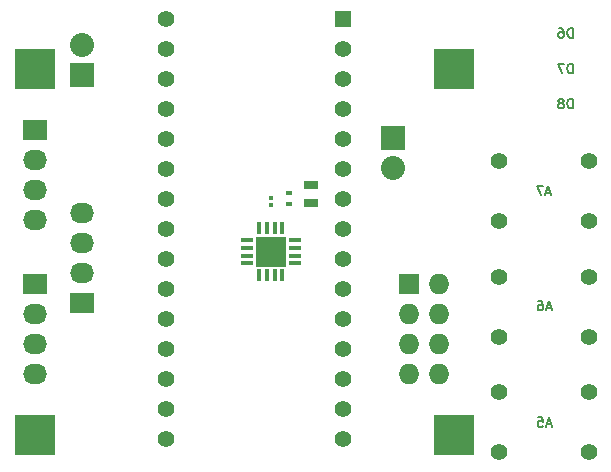
<source format=gbs>
%FSLAX34Y34*%
G04 Gerber Fmt 3.4, Leading zero omitted, Abs format*
G04 (created by PCBNEW (2014-03-19 BZR 4756)-product) date Fri 30 May 2014 14:37:37 BST*
%MOIN*%
G01*
G70*
G90*
G04 APERTURE LIST*
%ADD10C,0.005906*%
%ADD11C,0.007874*%
%ADD12R,0.015748X0.039370*%
%ADD13R,0.039370X0.015748*%
%ADD14R,0.098425X0.098425*%
%ADD15C,0.019685*%
%ADD16R,0.015700X0.011800*%
%ADD17R,0.045000X0.025000*%
%ADD18R,0.068000X0.068000*%
%ADD19O,0.068000X0.068000*%
%ADD20R,0.080000X0.068000*%
%ADD21O,0.080000X0.068000*%
%ADD22R,0.023600X0.015700*%
%ADD23C,0.055000*%
%ADD24R,0.055000X0.055000*%
%ADD25R,0.080000X0.080000*%
%ADD26O,0.080000X0.080000*%
%ADD27R,0.133900X0.133900*%
G04 APERTURE END LIST*
G54D10*
G54D11*
X53756Y-33016D02*
X53756Y-32701D01*
X53681Y-32701D01*
X53636Y-32716D01*
X53606Y-32746D01*
X53591Y-32776D01*
X53576Y-32836D01*
X53576Y-32881D01*
X53591Y-32941D01*
X53606Y-32971D01*
X53636Y-33001D01*
X53681Y-33016D01*
X53756Y-33016D01*
X53396Y-32836D02*
X53426Y-32821D01*
X53441Y-32806D01*
X53456Y-32776D01*
X53456Y-32761D01*
X53441Y-32731D01*
X53426Y-32716D01*
X53396Y-32701D01*
X53336Y-32701D01*
X53306Y-32716D01*
X53291Y-32731D01*
X53276Y-32761D01*
X53276Y-32776D01*
X53291Y-32806D01*
X53306Y-32821D01*
X53336Y-32836D01*
X53396Y-32836D01*
X53426Y-32851D01*
X53441Y-32866D01*
X53456Y-32896D01*
X53456Y-32956D01*
X53441Y-32986D01*
X53426Y-33001D01*
X53396Y-33016D01*
X53336Y-33016D01*
X53306Y-33001D01*
X53291Y-32986D01*
X53276Y-32956D01*
X53276Y-32896D01*
X53291Y-32866D01*
X53306Y-32851D01*
X53336Y-32836D01*
X53756Y-31835D02*
X53756Y-31520D01*
X53681Y-31520D01*
X53636Y-31535D01*
X53606Y-31565D01*
X53591Y-31595D01*
X53576Y-31655D01*
X53576Y-31700D01*
X53591Y-31760D01*
X53606Y-31790D01*
X53636Y-31820D01*
X53681Y-31835D01*
X53756Y-31835D01*
X53471Y-31520D02*
X53261Y-31520D01*
X53396Y-31835D01*
X53756Y-30654D02*
X53756Y-30339D01*
X53681Y-30339D01*
X53636Y-30354D01*
X53606Y-30384D01*
X53591Y-30414D01*
X53576Y-30474D01*
X53576Y-30519D01*
X53591Y-30579D01*
X53606Y-30609D01*
X53636Y-30639D01*
X53681Y-30654D01*
X53756Y-30654D01*
X53306Y-30339D02*
X53366Y-30339D01*
X53396Y-30354D01*
X53411Y-30369D01*
X53441Y-30414D01*
X53456Y-30474D01*
X53456Y-30594D01*
X53441Y-30624D01*
X53426Y-30639D01*
X53396Y-30654D01*
X53336Y-30654D01*
X53306Y-30639D01*
X53291Y-30624D01*
X53276Y-30594D01*
X53276Y-30519D01*
X53291Y-30489D01*
X53306Y-30474D01*
X53336Y-30459D01*
X53396Y-30459D01*
X53426Y-30474D01*
X53441Y-30489D01*
X53456Y-30519D01*
X53020Y-35820D02*
X52870Y-35820D01*
X53050Y-35910D02*
X52945Y-35595D01*
X52840Y-35910D01*
X52765Y-35595D02*
X52555Y-35595D01*
X52690Y-35910D01*
X53039Y-39658D02*
X52889Y-39658D01*
X53069Y-39748D02*
X52964Y-39433D01*
X52859Y-39748D01*
X52619Y-39433D02*
X52679Y-39433D01*
X52709Y-39448D01*
X52724Y-39463D01*
X52754Y-39508D01*
X52769Y-39568D01*
X52769Y-39688D01*
X52754Y-39718D01*
X52739Y-39733D01*
X52709Y-39748D01*
X52649Y-39748D01*
X52619Y-39733D01*
X52604Y-39718D01*
X52589Y-39688D01*
X52589Y-39613D01*
X52604Y-39583D01*
X52619Y-39568D01*
X52649Y-39553D01*
X52709Y-39553D01*
X52739Y-39568D01*
X52754Y-39583D01*
X52769Y-39613D01*
X53039Y-43536D02*
X52889Y-43536D01*
X53069Y-43626D02*
X52964Y-43311D01*
X52859Y-43626D01*
X52604Y-43311D02*
X52754Y-43311D01*
X52769Y-43461D01*
X52754Y-43446D01*
X52724Y-43431D01*
X52649Y-43431D01*
X52619Y-43446D01*
X52604Y-43461D01*
X52589Y-43491D01*
X52589Y-43566D01*
X52604Y-43596D01*
X52619Y-43611D01*
X52649Y-43626D01*
X52724Y-43626D01*
X52754Y-43611D01*
X52769Y-43596D01*
G54D12*
X44084Y-37007D03*
X43828Y-37007D03*
X43572Y-37007D03*
X43316Y-37007D03*
G54D13*
X42913Y-37411D03*
X42913Y-37667D03*
X42913Y-37923D03*
X42913Y-38179D03*
G54D12*
X43316Y-38582D03*
X43572Y-38582D03*
X43828Y-38582D03*
X44084Y-38582D03*
G54D13*
X44488Y-38179D03*
X44488Y-37923D03*
X44488Y-37667D03*
X44488Y-37411D03*
G54D14*
X43700Y-37795D03*
G54D15*
X43937Y-37559D03*
X43464Y-37559D03*
X43464Y-38031D03*
X43937Y-38031D03*
G54D16*
X43708Y-36224D03*
X43708Y-35988D03*
G54D17*
X45031Y-36166D03*
X45031Y-35566D03*
G54D18*
X48318Y-38854D03*
G54D19*
X49318Y-38854D03*
X48318Y-39854D03*
X49318Y-39854D03*
X48318Y-40854D03*
X49318Y-40854D03*
X48318Y-41854D03*
X49318Y-41854D03*
G54D20*
X37401Y-39492D03*
G54D21*
X37401Y-38492D03*
X37401Y-37492D03*
X37401Y-36492D03*
G54D20*
X35826Y-33736D03*
G54D21*
X35826Y-34736D03*
X35826Y-35736D03*
X35826Y-36736D03*
G54D20*
X35826Y-38854D03*
G54D21*
X35826Y-39854D03*
X35826Y-40854D03*
X35826Y-41854D03*
G54D22*
X44291Y-35846D03*
X44291Y-36200D03*
G54D23*
X54295Y-42484D03*
X54295Y-44484D03*
X51295Y-42484D03*
X51295Y-44484D03*
X54295Y-38625D03*
X54295Y-40625D03*
X51295Y-38625D03*
X51295Y-40625D03*
X54295Y-34767D03*
X54295Y-36767D03*
X51295Y-34767D03*
X51295Y-36767D03*
X46102Y-44035D03*
X40196Y-43035D03*
X40196Y-42035D03*
X40196Y-41035D03*
X40196Y-40035D03*
X40196Y-39035D03*
X40196Y-38035D03*
X40196Y-37035D03*
X40196Y-36035D03*
X40196Y-35035D03*
X40196Y-34035D03*
X40196Y-33035D03*
X40196Y-32035D03*
X40196Y-31035D03*
X40196Y-30035D03*
G54D24*
X46102Y-30035D03*
G54D23*
X46102Y-31035D03*
X46102Y-32035D03*
X46102Y-33035D03*
X46102Y-34035D03*
X46102Y-35035D03*
X46102Y-36035D03*
X46102Y-37035D03*
X46102Y-38035D03*
X46102Y-39035D03*
X46102Y-40035D03*
X46102Y-41035D03*
X46102Y-42035D03*
X46102Y-43035D03*
X40196Y-44035D03*
G54D25*
X47755Y-34007D03*
G54D26*
X47755Y-35007D03*
G54D27*
X35826Y-31692D03*
X49803Y-31692D03*
X49803Y-43897D03*
X35826Y-43897D03*
G54D25*
X37401Y-31917D03*
G54D26*
X37401Y-30917D03*
M02*

</source>
